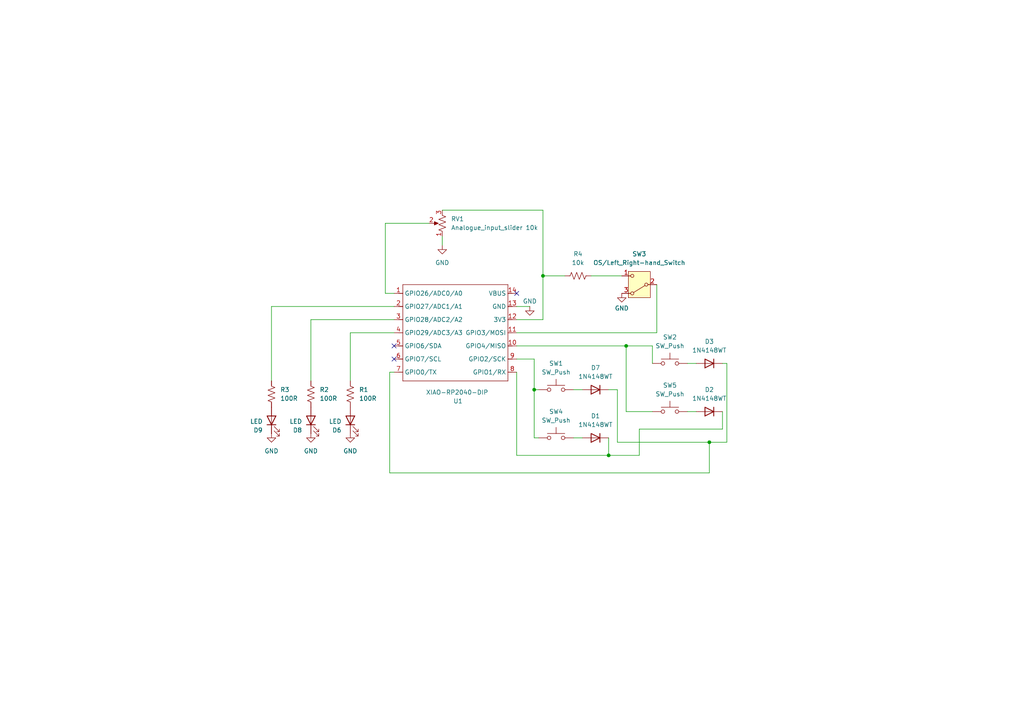
<source format=kicad_sch>
(kicad_sch (version 20250114) (generator "eeschema") (generator_version "9.0")
  (paper "A4")
  (lib_symbols
    (symbol "Device:LED" (pin_numbers (hide yes)) (pin_names (offset 1.016) (hide yes))
      (property "Reference" "D" (at 0 2.54 0))
      (property "Value" "LED" (at 0 -2.54 0))
      (symbol "LED_0_1"
        (polyline (pts (xy -3.048 -0.762) (xy -4.572 -2.286) (xy -3.81 -2.286) (xy -4.572 -2.286) (xy -4.572 -1.524)))
        (polyline (pts (xy -1.778 -0.762) (xy -3.302 -2.286) (xy -2.54 -2.286) (xy -3.302 -2.286) (xy -3.302 -1.524)))
        (polyline (pts (xy -1.27 0) (xy 1.27 0)))
        (polyline (pts (xy -1.27 -1.27) (xy -1.27 1.27)) (stroke (width 0.254)))
        (polyline (pts (xy 1.27 -1.27) (xy 1.27 1.27) (xy -1.27 0) (xy 1.27 -1.27)) (stroke (width 0.254)))
      )
      (symbol "LED_1_1"
        (pin passive line (at -3.81 0 0) (length 2.54) (name "K") (number "1"))
        (pin passive line (at 3.81 0 180) (length 2.54) (name "A") (number "2"))
      )
    )
    (symbol "Device:R_Potentiometer_US" (pin_names (offset 1.016) (hide yes))
      (property "Reference" "RV" (at -4.445 0 90))
      (property "Value" "R_Potentiometer_US" (at -2.54 0 90))
      (symbol "R_Potentiometer_US_0_1"
        (polyline (pts (xy 0 2.54) (xy 0 2.286)))
        (polyline (pts (xy 0 2.286) (xy 1.016 1.905) (xy 0 1.524) (xy -1.016 1.143) (xy 0 0.762)))
        (polyline (pts (xy 0 0.762) (xy 1.016 0.381) (xy 0 0) (xy -1.016 -0.381) (xy 0 -0.762)))
        (polyline (pts (xy 0 -0.762) (xy 1.016 -1.143) (xy 0 -1.524) (xy -1.016 -1.905) (xy 0 -2.286)))
        (polyline (pts (xy 0 -2.286) (xy 0 -2.54)))
        (polyline (pts (xy 1.143 0) (xy 2.286 0.508) (xy 2.286 -0.508) (xy 1.143 0)) (fill (type outline)))
        (polyline (pts (xy 2.54 0) (xy 1.524 0)))
      )
      (symbol "R_Potentiometer_US_1_1"
        (pin passive line (at 0 3.81 270) (length 1.27) (name "1") (number "1"))
        (pin passive line (at 0 -3.81 90) (length 1.27) (name "3") (number "3"))
        (pin passive line (at 3.81 0 180) (length 1.27) (name "2") (number "2"))
      )
    )
    (symbol "Device:R_US" (pin_numbers (hide yes)) (pin_names (offset 0))
      (property "Reference" "R" (at 2.54 0 90))
      (property "Value" "R_US" (at -2.54 0 90))
      (symbol "R_US_0_1"
        (polyline (pts (xy 0 2.286) (xy 0 2.54)))
        (polyline (pts (xy 0 2.286) (xy 1.016 1.905) (xy 0 1.524) (xy -1.016 1.143) (xy 0 0.762)))
        (polyline (pts (xy 0 0.762) (xy 1.016 0.381) (xy 0 0) (xy -1.016 -0.381) (xy 0 -0.762)))
        (polyline (pts (xy 0 -0.762) (xy 1.016 -1.143) (xy 0 -1.524) (xy -1.016 -1.905) (xy 0 -2.286)))
        (polyline (pts (xy 0 -2.286) (xy 0 -2.54)))
      )
      (symbol "R_US_1_1"
        (pin passive line (at 0 3.81 270) (length 1.27) (name "~") (number "1"))
        (pin passive line (at 0 -3.81 90) (length 1.27) (name "~") (number "2"))
      )
    )
    (symbol "Diode:1N4148WT" (pin_numbers (hide yes)) (pin_names (hide yes))
      (property "Reference" "D" (at 0 2.54 0))
      (property "Value" "1N4148WT" (at 0 -2.54 0))
      (symbol "1N4148WT_0_1"
        (polyline (pts (xy -1.27 1.27) (xy -1.27 -1.27)) (stroke (width 0.254)))
        (polyline (pts (xy 1.27 1.27) (xy 1.27 -1.27) (xy -1.27 0) (xy 1.27 1.27)) (stroke (width 0.254)))
        (polyline (pts (xy 1.27 0) (xy -1.27 0)))
      )
      (symbol "1N4148WT_1_1"
        (pin passive line (at -3.81 0 0) (length 2.54) (name "K") (number "1"))
        (pin passive line (at 3.81 0 180) (length 2.54) (name "A") (number "2"))
      )
    )
    (symbol "Seeed XIAO:XIAO-RP2040-DIP"
      (property "Reference" "U" (at 0 0 0))
      (property "Value" "XIAO-RP2040-DIP" (at 5.334 -1.778 0))
      (symbol "XIAO-RP2040-DIP_1_0"
        (polyline (pts (xy -1.27 -2.54) (xy 29.21 -2.54)) (stroke (width 0.1524)))
        (polyline (pts (xy -1.27 -5.08) (xy -2.54 -5.08)) (stroke (width 0.1524)))
        (polyline (pts (xy -1.27 -5.08) (xy -1.27 -2.54)) (stroke (width 0.1524)))
        (polyline (pts (xy -1.27 -8.89) (xy -2.54 -8.89)) (stroke (width 0.1524)))
        (polyline (pts (xy -1.27 -8.89) (xy -1.27 -5.08)) (stroke (width 0.1524)))
        (polyline (pts (xy -1.27 -12.7) (xy -2.54 -12.7)) (stroke (width 0.1524)))
        (polyline (pts (xy -1.27 -12.7) (xy -1.27 -8.89)) (stroke (width 0.1524)))
        (polyline (pts (xy -1.27 -16.51) (xy -2.54 -16.51)) (stroke (width 0.1524)))
        (polyline (pts (xy -1.27 -16.51) (xy -1.27 -12.7)) (stroke (width 0.1524)))
        (polyline (pts (xy -1.27 -20.32) (xy -2.54 -20.32)) (stroke (width 0.1524)))
        (polyline (pts (xy -1.27 -24.13) (xy -2.54 -24.13)) (stroke (width 0.1524)))
        (polyline (pts (xy -1.27 -27.94) (xy -2.54 -27.94)) (stroke (width 0.1524)))
        (polyline (pts (xy -1.27 -30.48) (xy -1.27 -16.51)) (stroke (width 0.1524)))
        (polyline (pts (xy 29.21 -2.54) (xy 29.21 -5.08)) (stroke (width 0.1524)))
        (polyline (pts (xy 29.21 -5.08) (xy 29.21 -8.89)) (stroke (width 0.1524)))
        (polyline (pts (xy 29.21 -8.89) (xy 29.21 -12.7)) (stroke (width 0.1524)))
        (polyline (pts (xy 29.21 -12.7) (xy 29.21 -30.48)) (stroke (width 0.1524)))
        (polyline (pts (xy 29.21 -30.48) (xy -1.27 -30.48)) (stroke (width 0.1524)))
        (polyline (pts (xy 30.48 -5.08) (xy 29.21 -5.08)) (stroke (width 0.1524)))
        (polyline (pts (xy 30.48 -8.89) (xy 29.21 -8.89)) (stroke (width 0.1524)))
        (polyline (pts (xy 30.48 -12.7) (xy 29.21 -12.7)) (stroke (width 0.1524)))
        (polyline (pts (xy 30.48 -16.51) (xy 29.21 -16.51)) (stroke (width 0.1524)))
        (polyline (pts (xy 30.48 -20.32) (xy 29.21 -20.32)) (stroke (width 0.1524)))
        (polyline (pts (xy 30.48 -24.13) (xy 29.21 -24.13)) (stroke (width 0.1524)))
        (polyline (pts (xy 30.48 -27.94) (xy 29.21 -27.94)) (stroke (width 0.1524)))
        (pin passive line (at -3.81 -5.08 0) (length 2.54) (name "GPIO26/ADC0/A0") (number "1"))
        (pin passive line (at -3.81 -8.89 0) (length 2.54) (name "GPIO27/ADC1/A1") (number "2"))
        (pin passive line (at -3.81 -12.7 0) (length 2.54) (name "GPIO28/ADC2/A2") (number "3"))
        (pin passive line (at -3.81 -16.51 0) (length 2.54) (name "GPIO29/ADC3/A3") (number "4"))
        (pin passive line (at -3.81 -20.32 0) (length 2.54) (name "GPIO6/SDA") (number "5"))
        (pin passive line (at -3.81 -24.13 0) (length 2.54) (name "GPIO7/SCL") (number "6"))
        (pin passive line (at -3.81 -27.94 0) (length 2.54) (name "GPIO0/TX") (number "7"))
        (pin passive line (at 31.75 -5.08 180) (length 2.54) (name "VBUS") (number "14"))
        (pin passive line (at 31.75 -8.89 180) (length 2.54) (name "GND") (number "13"))
        (pin passive line (at 31.75 -12.7 180) (length 2.54) (name "3V3") (number "12"))
        (pin passive line (at 31.75 -16.51 180) (length 2.54) (name "GPIO3/MOSI") (number "11"))
        (pin passive line (at 31.75 -20.32 180) (length 2.54) (name "GPIO4/MISO") (number "10"))
        (pin passive line (at 31.75 -24.13 180) (length 2.54) (name "GPIO2/SCK") (number "9"))
        (pin passive line (at 31.75 -27.94 180) (length 2.54) (name "GPIO1/RX") (number "8"))
      )
    )
    (symbol "Switch:SW_Nidec_CAS-120A1" (pin_names (offset 1) (hide yes))
      (property "Reference" "SW" (at 0 4.318 0))
      (property "Value" "SW_Nidec_CAS-120A1" (at 0 -5.08 0))
      (symbol "SW_Nidec_CAS-120A1_0_1"
        (circle (center -2.032 0) (radius 0.4572))
        (polyline (pts (xy -1.651 0.254) (xy 1.651 2.286)))
        (circle (center 2.032 2.54) (radius 0.4572))
        (circle (center 2.032 -2.54) (radius 0.4572))
      )
      (symbol "SW_Nidec_CAS-120A1_1_1"
        (rectangle (start -3.175 3.81) (end 3.175 -3.81) (fill (type background)))
        (pin passive line (at -5.08 0 0) (length 2.54) (name "B") (number "2"))
        (pin passive line (at 5.08 2.54 180) (length 2.54) (name "A") (number "3"))
        (pin passive line (at 5.08 -2.54 180) (length 2.54) (name "C") (number "1"))
      )
    )
    (symbol "Switch:SW_Push" (pin_numbers (hide yes)) (pin_names (offset 1.016) (hide yes))
      (property "Reference" "SW" (at 1.27 2.54 0))
      (property "Value" "SW_Push" (at 0 -1.524 0))
      (symbol "SW_Push_0_1"
        (circle (center -2.032 0) (radius 0.508))
        (polyline (pts (xy 0 1.27) (xy 0 3.048)))
        (circle (center 2.032 0) (radius 0.508))
        (polyline (pts (xy 2.54 1.27) (xy -2.54 1.27)))
        (pin passive line (at -5.08 0 0) (length 2.54) (name "1") (number "1"))
        (pin passive line (at 5.08 0 180) (length 2.54) (name "2") (number "2"))
      )
    )
    (symbol "power:GND" (power) (pin_numbers (hide yes)) (pin_names (offset 0) (hide yes))
      (property "Value" "GND" (at 0 -3.81 0))
      (symbol "GND_0_1"
        (polyline (pts (xy 0 0) (xy 0 -1.27) (xy 1.27 -1.27) (xy 0 -2.54) (xy -1.27 -1.27) (xy 0 -1.27)))
      )
      (symbol "GND_1_1"
        (pin power_in line (at 0 0 270) (length 0) (name "~") (number "1"))
      )
    )
  )
  (junction (at 176.53 132.08))
  (junction (at 205.74 128.27))
  (junction (at 154.94 113.03))
  (junction (at 181.61 100.33))
  (junction (at 157.48 80.01))
  (no_connect (at 114.3 100.33))
  (no_connect (at 149.86 85.09))
  (no_connect (at 114.3 104.14))
  (wire (pts (xy 154.94 113.03) (xy 154.94 104.14)))
  (wire (pts (xy 149.86 100.33) (xy 181.61 100.33)))
  (wire (pts (xy 176.53 132.08) (xy 185.42 132.08)))
  (wire (pts (xy 181.61 119.38) (xy 189.23 119.38)))
  (wire (pts (xy 113.03 107.95) (xy 114.3 107.95)))
  (wire (pts (xy 153.67 88.9) (xy 149.86 88.9)))
  (wire (pts (xy 157.48 60.96) (xy 157.48 80.01)))
  (wire (pts (xy 128.27 60.96) (xy 157.48 60.96)))
  (wire (pts (xy 168.91 113.03) (xy 166.37 113.03)))
  (wire (pts (xy 190.5 96.52) (xy 190.5 82.55)))
  (wire (pts (xy 205.74 128.27) (xy 205.74 137.16)))
  (wire (pts (xy 78.74 88.9) (xy 78.74 110.49)))
  (wire (pts (xy 209.55 124.46) (xy 209.55 119.38)))
  (wire (pts (xy 149.86 92.71) (xy 157.48 92.71)))
  (wire (pts (xy 201.93 105.41) (xy 199.39 105.41)))
  (wire (pts (xy 181.61 100.33) (xy 189.23 100.33)))
  (wire (pts (xy 154.94 127) (xy 154.94 113.03)))
  (wire (pts (xy 181.61 100.33) (xy 181.61 119.38)))
  (wire (pts (xy 149.86 96.52) (xy 190.5 96.52)))
  (wire (pts (xy 111.76 64.77) (xy 111.76 85.09)))
  (wire (pts (xy 113.03 107.95) (xy 113.03 137.16)))
  (wire (pts (xy 210.82 128.27) (xy 210.82 105.41)))
  (wire (pts (xy 185.42 124.46) (xy 209.55 124.46)))
  (wire (pts (xy 185.42 132.08) (xy 185.42 124.46)))
  (wire (pts (xy 149.86 132.08) (xy 149.86 107.95)))
  (wire (pts (xy 111.76 85.09) (xy 114.3 85.09)))
  (wire (pts (xy 114.3 92.71) (xy 90.17 92.71)))
  (wire (pts (xy 149.86 132.08) (xy 176.53 132.08)))
  (wire (pts (xy 179.07 128.27) (xy 179.07 113.03)))
  (wire (pts (xy 179.07 113.03) (xy 176.53 113.03)))
  (wire (pts (xy 201.93 119.38) (xy 199.39 119.38)))
  (wire (pts (xy 168.91 127) (xy 166.37 127)))
  (wire (pts (xy 179.07 128.27) (xy 205.74 128.27)))
  (wire (pts (xy 176.53 132.08) (xy 176.53 127)))
  (wire (pts (xy 114.3 96.52) (xy 101.6 96.52)))
  (wire (pts (xy 157.48 80.01) (xy 157.48 92.71)))
  (wire (pts (xy 154.94 113.03) (xy 156.21 113.03)))
  (wire (pts (xy 205.74 128.27) (xy 210.82 128.27)))
  (wire (pts (xy 157.48 80.01) (xy 163.83 80.01)))
  (wire (pts (xy 171.45 80.01) (xy 180.34 80.01)))
  (wire (pts (xy 90.17 92.71) (xy 90.17 110.49)))
  (wire (pts (xy 101.6 96.52) (xy 101.6 110.49)))
  (wire (pts (xy 156.21 127) (xy 154.94 127)))
  (wire (pts (xy 209.55 105.41) (xy 210.82 105.41)))
  (wire (pts (xy 113.03 137.16) (xy 205.74 137.16)))
  (wire (pts (xy 149.86 104.14) (xy 154.94 104.14)))
  (wire (pts (xy 78.74 88.9) (xy 114.3 88.9)))
  (wire (pts (xy 111.76 64.77) (xy 124.46 64.77)))
  (wire (pts (xy 189.23 100.33) (xy 189.23 105.41)))
  (wire (pts (xy 128.27 68.58) (xy 128.27 71.12)))
  (symbol (lib_id "power:GND") (at 180.34 85.09 0) (unit 1)
    (property "Reference" "#PWR06" (effects (hide yes)))
    (property "Value" "GND" (at 180.34 89.408 0))
    (property "Description" "Power symbol creates a global label with name \"GND\" , ground" (effects (hide yes)))
  )
  (symbol (lib_id "Device:R_US") (at 167.64 80.01 270) (unit 1)
    (property "Reference" "R4" (at 167.64 73.66 90))
    (property "Value" "10k" (at 167.64 76.2 90))
    (property "Footprint" "Resistor_THT:R_Axial_DIN0207_L6.3mm_D2.5mm_P10.16mm_Horizontal" (effects (hide yes)))
    (property "Description" "Resistor, US symbol" (effects (hide yes)))
  )
  (symbol (lib_id "Device:LED") (at 101.6 121.92 90) (unit 1)
    (property "Reference" "D6" (at 99.06 124.7776 90) (effects (justify left)))
    (property "Value" "LED" (at 99.06 122.2376 90) (effects (justify left)))
    (property "Footprint" "LED_THT:LED_D3.0mm" (effects (hide yes)))
    (property "Description" "Light emitting diode" (effects (hide yes)))
    (property "Sim.Pins" "1=K 2=A" (effects (hide yes)))
  )
  (symbol (lib_id "Switch:SW_Push") (at 161.29 113.03 0) (unit 1)
    (property "Reference" "SW1" (at 161.29 105.41 0))
    (property "Value" "SW_Push" (at 161.29 107.95 0))
    (property "Footprint" "Button_Switch_Keyboard:SW_Cherry_MX_1.00u_PCB" (effects (hide yes)))
    (property "Description" "Push button switch, generic, two pins" (effects (hide yes)))
  )
  (symbol (lib_id "Switch:SW_Push") (at 194.31 105.41 0) (unit 1)
    (property "Reference" "SW2" (at 194.31 97.79 0))
    (property "Value" "SW_Push" (at 194.31 100.33 0))
    (property "Footprint" "Button_Switch_Keyboard:SW_Cherry_MX_1.00u_PCB" (effects (hide yes)))
    (property "Description" "Push button switch, generic, two pins" (effects (hide yes)))
  )
  (symbol (lib_id "Diode:1N4148WT") (at 172.72 127 180) (unit 1)
    (property "Reference" "D1" (at 172.72 120.65 0))
    (property "Value" "1N4148WT" (at 172.72 123.19 0))
    (property "Footprint" "Diode_SMD:D_SOD-523" (effects (hide yes)))
    (property "Datasheet" "https://www.diodes.com/assets/Datasheets/ds30396.pdf" (effects (hide yes)))
    (property "Description" "75V 0.15A Fast switching Diode, SOD-523" (effects (hide yes)))
    (property "Sim.Device" "D" (effects (hide yes)))
    (property "Sim.Pins" "1=K 2=A" (effects (hide yes)))
  )
  (symbol (lib_id "Diode:1N4148WT") (at 172.72 113.03 180) (unit 1)
    (property "Reference" "D7" (at 172.72 106.68 0))
    (property "Value" "1N4148WT" (at 172.72 109.22 0))
    (property "Footprint" "Diode_SMD:D_SOD-523" (effects (hide yes)))
    (property "Datasheet" "https://www.diodes.com/assets/Datasheets/ds30396.pdf" (effects (hide yes)))
    (property "Description" "75V 0.15A Fast switching Diode, SOD-523" (effects (hide yes)))
    (property "Sim.Device" "D" (effects (hide yes)))
    (property "Sim.Pins" "1=K 2=A" (effects (hide yes)))
  )
  (symbol (lib_id "Device:R_US") (at 101.6 114.3 180) (unit 1)
    (property "Reference" "R1" (at 104.14 113.0299 0) (effects (justify right)))
    (property "Value" "100R" (at 104.14 115.5699 0) (effects (justify right)))
    (property "Footprint" "Resistor_THT:R_Axial_DIN0207_L6.3mm_D2.5mm_P10.16mm_Horizontal" (effects (hide yes)))
    (property "Description" "Resistor, US symbol" (effects (hide yes)))
  )
  (symbol (lib_id "power:GND") (at 90.17 125.73 0) (unit 1)
    (property "Reference" "#PWR04" (effects (hide yes)))
    (property "Value" "GND" (at 90.17 130.81 0))
    (property "Description" "Power symbol creates a global label with name \"GND\" , ground" (effects (hide yes)))
  )
  (symbol (lib_id "Seeed XIAO:XIAO-RP2040-DIP") (at 118.11 80.01 0) (unit 1)
    (property "Reference" "U1" (at 132.842 116.332 0))
    (property "Value" "XIAO-RP2040-DIP" (at 132.588 113.792 0))
    (property "Footprint" "XIAO Seeduino:XIAO-RP2040-DIP" (effects (hide yes)))
  )
  (symbol (lib_id "Device:R_Potentiometer_US") (at 128.27 64.77 180) (unit 1)
    (property "Reference" "RV1" (at 130.81 63.4999 0) (effects (justify right)))
    (property "Value" "Analogue_input_slider 10k" (at 130.81 66.0399 0) (effects (justify right)))
    (property "Footprint" "Potentiometer_THT:Potentiometer_Bourns_PTA4543_Single_Slide" (effects (hide yes)))
    (property "Description" "Potentiometer, US symbol" (effects (hide yes)))
  )
  (symbol (lib_id "Switch:SW_Push") (at 194.31 119.38 0) (unit 1)
    (property "Reference" "SW5" (at 194.31 111.76 0))
    (property "Value" "SW_Push" (at 194.31 114.3 0))
    (property "Footprint" "Button_Switch_Keyboard:SW_Cherry_MX_1.00u_PCB" (effects (hide yes)))
    (property "Description" "Push button switch, generic, two pins" (effects (hide yes)))
  )
  (symbol (lib_id "Device:LED") (at 90.17 121.92 90) (unit 1)
    (property "Reference" "D8" (at 87.63 124.7776 90) (effects (justify left)))
    (property "Value" "LED" (at 87.63 122.2376 90) (effects (justify left)))
    (property "Footprint" "LED_THT:LED_D3.0mm" (effects (hide yes)))
    (property "Description" "Light emitting diode" (effects (hide yes)))
    (property "Sim.Pins" "1=K 2=A" (effects (hide yes)))
  )
  (symbol (lib_id "power:GND") (at 101.6 125.73 0) (unit 1)
    (property "Reference" "#PWR05" (effects (hide yes)))
    (property "Value" "GND" (at 101.6 130.81 0))
    (property "Description" "Power symbol creates a global label with name \"GND\" , ground" (effects (hide yes)))
  )
  (symbol (lib_id "Device:LED") (at 78.74 121.92 90) (unit 1)
    (property "Reference" "D9" (at 76.2 124.7776 90) (effects (justify left)))
    (property "Value" "LED" (at 76.2 122.2376 90) (effects (justify left)))
    (property "Footprint" "LED_THT:LED_D3.0mm" (effects (hide yes)))
    (property "Description" "Light emitting diode" (effects (hide yes)))
    (property "Sim.Pins" "1=K 2=A" (effects (hide yes)))
  )
  (symbol (lib_id "Switch:SW_Nidec_CAS-120A1") (at 185.42 82.55 180) (unit 1)
    (property "Reference" "SW3" (at 185.42 73.66 0))
    (property "Value" "OS/Left_Right-hand_Switch" (at 185.42 76.2 0))
    (property "Footprint" "Button_Switch_SMD:Nidec_Copal_CAS-120A" (effects (hide yes)))
    (property "Datasheet" "https://www.nidec-components.com/e/catalog/switch/cas.pdf" (effects (hide yes)))
    (property "Description" "Switch, single pole double throw" (effects (hide yes)))
  )
  (symbol (lib_id "power:GND") (at 78.74 125.73 0) (unit 1)
    (property "Reference" "#PWR01" (effects (hide yes)))
    (property "Value" "GND" (at 78.74 130.81 0))
    (property "Description" "Power symbol creates a global label with name \"GND\" , ground" (effects (hide yes)))
  )
  (symbol (lib_id "Diode:1N4148WT") (at 205.74 119.38 180) (unit 1)
    (property "Reference" "D2" (at 205.74 113.03 0))
    (property "Value" "1N4148WT" (at 205.74 115.57 0))
    (property "Footprint" "Diode_SMD:D_SOD-523" (effects (hide yes)))
    (property "Datasheet" "https://www.diodes.com/assets/Datasheets/ds30396.pdf" (effects (hide yes)))
    (property "Description" "75V 0.15A Fast switching Diode, SOD-523" (effects (hide yes)))
    (property "Sim.Device" "D" (effects (hide yes)))
    (property "Sim.Pins" "1=K 2=A" (effects (hide yes)))
  )
  (symbol (lib_id "power:GND") (at 128.27 71.12 0) (unit 1)
    (property "Reference" "#PWR02" (effects (hide yes)))
    (property "Value" "GND" (at 128.27 76.2 0))
    (property "Description" "Power symbol creates a global label with name \"GND\" , ground" (effects (hide yes)))
  )
  (symbol (lib_id "power:GND") (at 153.67 88.9 0) (unit 1)
    (property "Reference" "#PWR03" (effects (hide yes)))
    (property "Value" "GND" (at 153.67 87.376 0))
    (property "Description" "Power symbol creates a global label with name \"GND\" , ground" (effects (hide yes)))
  )
  (symbol (lib_id "Device:R_US") (at 90.17 114.3 180) (unit 1)
    (property "Reference" "R2" (at 92.71 113.0299 0) (effects (justify right)))
    (property "Value" "100R" (at 92.71 115.5699 0) (effects (justify right)))
    (property "Footprint" "Resistor_THT:R_Axial_DIN0207_L6.3mm_D2.5mm_P10.16mm_Horizontal" (effects (hide yes)))
    (property "Description" "Resistor, US symbol" (effects (hide yes)))
  )
  (symbol (lib_id "Switch:SW_Push") (at 161.29 127 0) (unit 1)
    (property "Reference" "SW4" (at 161.29 119.38 0))
    (property "Value" "SW_Push" (at 161.29 121.92 0))
    (property "Footprint" "Button_Switch_Keyboard:SW_Cherry_MX_1.00u_PCB" (effects (hide yes)))
    (property "Description" "Push button switch, generic, two pins" (effects (hide yes)))
  )
  (symbol (lib_id "Diode:1N4148WT") (at 205.74 105.41 180) (unit 1)
    (property "Reference" "D3" (at 205.74 99.06 0))
    (property "Value" "1N4148WT" (at 205.74 101.6 0))
    (property "Footprint" "Diode_SMD:D_SOD-523" (effects (hide yes)))
    (property "Datasheet" "https://www.diodes.com/assets/Datasheets/ds30396.pdf" (effects (hide yes)))
    (property "Description" "75V 0.15A Fast switching Diode, SOD-523" (effects (hide yes)))
    (property "Sim.Device" "D" (effects (hide yes)))
    (property "Sim.Pins" "1=K 2=A" (effects (hide yes)))
  )
  (symbol (lib_id "Device:R_US") (at 78.74 114.3 180) (unit 1)
    (property "Reference" "R3" (at 81.28 113.0299 0) (effects (justify right)))
    (property "Value" "100R" (at 81.28 115.5699 0) (effects (justify right)))
    (property "Footprint" "Resistor_THT:R_Axial_DIN0207_L6.3mm_D2.5mm_P10.16mm_Horizontal" (effects (hide yes)))
    (property "Description" "Resistor, US symbol" (effects (hide yes)))
  )
)
</source>
